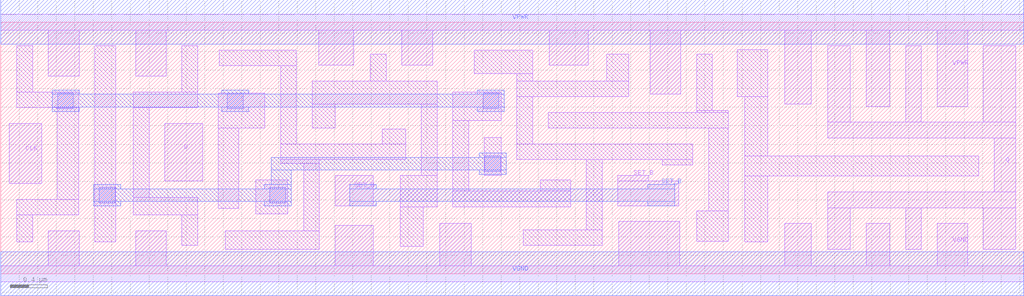
<source format=lef>
# Copyright 2020 The SkyWater PDK Authors
#
# Licensed under the Apache License, Version 2.0 (the "License");
# you may not use this file except in compliance with the License.
# You may obtain a copy of the License at
#
#     https://www.apache.org/licenses/LICENSE-2.0
#
# Unless required by applicable law or agreed to in writing, software
# distributed under the License is distributed on an "AS IS" BASIS,
# WITHOUT WARRANTIES OR CONDITIONS OF ANY KIND, either express or implied.
# See the License for the specific language governing permissions and
# limitations under the License.
#
# SPDX-License-Identifier: Apache-2.0

VERSION 5.5 ;
NAMESCASESENSITIVE ON ;
BUSBITCHARS "[]" ;
DIVIDERCHAR "/" ;
MACRO sky130_fd_sc_hd__dfstp_4
  CLASS CORE ;
  SOURCE USER ;
  ORIGIN  0.000000  0.000000 ;
  SIZE  11.04000 BY  2.720000 ;
  SYMMETRY X Y R90 ;
  SITE unithd ;
  PIN D
    ANTENNAGATEAREA  0.222000 ;
    DIRECTION INPUT ;
    USE SIGNAL ;
    PORT
      LAYER li1 ;
        RECT 1.770000 1.005000 2.180000 1.625000 ;
    END
  END D
  PIN Q
    ANTENNADIFFAREA  1.320000 ;
    DIRECTION OUTPUT ;
    USE SIGNAL ;
    PORT
      LAYER li1 ;
        RECT  8.925000 0.265000  9.170000 0.715000 ;
        RECT  8.925000 0.715000 10.955000 0.885000 ;
        RECT  8.925000 1.470000 10.955000 1.640000 ;
        RECT  8.925000 1.640000  9.170000 2.465000 ;
        RECT  9.765000 0.265000  9.935000 0.715000 ;
        RECT  9.765000 1.640000  9.935000 2.465000 ;
        RECT 10.605000 0.265000 10.955000 0.715000 ;
        RECT 10.605000 1.640000 10.955000 2.465000 ;
        RECT 10.725000 0.885000 10.955000 1.470000 ;
    END
  END Q
  PIN SET_B
    ANTENNAGATEAREA  0.252000 ;
    DIRECTION INPUT ;
    USE SIGNAL ;
    PORT
      LAYER li1 ;
        RECT 3.610000 0.735000 4.020000 1.065000 ;
    END
    PORT
      LAYER li1 ;
        RECT 6.660000 0.735000 7.320000 1.005000 ;
        RECT 6.660000 1.005000 6.990000 1.065000 ;
    END
    PORT
      LAYER met1 ;
        RECT 3.765000 0.735000 4.055000 0.780000 ;
        RECT 3.765000 0.780000 7.275000 0.920000 ;
        RECT 3.765000 0.920000 4.055000 0.965000 ;
        RECT 6.985000 0.735000 7.275000 0.780000 ;
        RECT 6.985000 0.920000 7.275000 0.965000 ;
    END
  END SET_B
  PIN CLK
    ANTENNAGATEAREA  0.159000 ;
    DIRECTION INPUT ;
    USE CLOCK ;
    PORT
      LAYER li1 ;
        RECT 0.090000 0.975000 0.440000 1.625000 ;
    END
  END CLK
  PIN VGND
    DIRECTION INOUT ;
    SHAPE ABUTMENT ;
    USE GROUND ;
    PORT
      LAYER li1 ;
        RECT  0.000000 -0.085000 11.040000 0.085000 ;
        RECT  0.515000  0.085000  0.845000 0.465000 ;
        RECT  1.455000  0.085000  1.785000 0.465000 ;
        RECT  3.610000  0.085000  4.020000 0.525000 ;
        RECT  4.740000  0.085000  5.080000 0.545000 ;
        RECT  6.670000  0.085000  7.330000 0.565000 ;
        RECT  8.460000  0.085000  8.745000 0.545000 ;
        RECT  9.340000  0.085000  9.595000 0.545000 ;
        RECT 10.105000  0.085000 10.435000 0.545000 ;
    END
    PORT
      LAYER met1 ;
        RECT 0.000000 -0.240000 11.040000 0.240000 ;
    END
  END VGND
  PIN VNB
    DIRECTION INOUT ;
    USE GROUND ;
    PORT
    END
  END VNB
  PIN VPB
    DIRECTION INOUT ;
    USE POWER ;
    PORT
    END
  END VPB
  PIN VPWR
    DIRECTION INOUT ;
    SHAPE ABUTMENT ;
    USE POWER ;
    PORT
      LAYER li1 ;
        RECT  0.000000 2.635000 11.040000 2.805000 ;
        RECT  0.515000 2.135000  0.845000 2.635000 ;
        RECT  1.455000 2.135000  1.785000 2.635000 ;
        RECT  3.430000 2.255000  3.810000 2.635000 ;
        RECT  4.330000 2.255000  4.660000 2.635000 ;
        RECT  5.920000 2.255000  6.340000 2.635000 ;
        RECT  7.010000 1.945000  7.340000 2.635000 ;
        RECT  8.460000 1.835000  8.745000 2.635000 ;
        RECT  9.340000 1.810000  9.595000 2.635000 ;
        RECT 10.105000 1.810000 10.435000 2.635000 ;
    END
    PORT
      LAYER met1 ;
        RECT 0.000000 2.480000 11.040000 2.960000 ;
    END
  END VPWR
  OBS
    LAYER li1 ;
      RECT 0.175000 0.345000  0.345000 0.635000 ;
      RECT 0.175000 0.635000  0.840000 0.805000 ;
      RECT 0.175000 1.795000  0.840000 1.965000 ;
      RECT 0.175000 1.965000  0.345000 2.465000 ;
      RECT 0.610000 0.805000  0.840000 1.795000 ;
      RECT 1.015000 0.345000  1.240000 2.465000 ;
      RECT 1.430000 0.635000  2.125000 0.825000 ;
      RECT 1.430000 0.825000  1.600000 1.795000 ;
      RECT 1.430000 1.795000  2.125000 1.965000 ;
      RECT 1.955000 0.305000  2.125000 0.635000 ;
      RECT 1.955000 1.965000  2.125000 2.465000 ;
      RECT 2.350000 0.705000  2.570000 1.575000 ;
      RECT 2.350000 1.575000  2.850000 1.955000 ;
      RECT 2.360000 2.250000  3.190000 2.420000 ;
      RECT 2.425000 0.265000  3.440000 0.465000 ;
      RECT 2.750000 0.645000  3.100000 1.015000 ;
      RECT 3.020000 1.195000  3.440000 1.235000 ;
      RECT 3.020000 1.235000  4.370000 1.405000 ;
      RECT 3.020000 1.405000  3.190000 2.250000 ;
      RECT 3.270000 0.465000  3.440000 1.195000 ;
      RECT 3.360000 1.575000  3.610000 1.835000 ;
      RECT 3.360000 1.835000  4.710000 2.085000 ;
      RECT 3.990000 2.085000  4.160000 2.375000 ;
      RECT 4.120000 1.405000  4.370000 1.565000 ;
      RECT 4.310000 0.295000  4.560000 0.725000 ;
      RECT 4.310000 0.725000  4.710000 1.065000 ;
      RECT 4.540000 1.065000  4.710000 1.835000 ;
      RECT 4.880000 0.725000  6.150000 0.895000 ;
      RECT 4.880000 0.895000  5.050000 1.655000 ;
      RECT 4.880000 1.655000  5.400000 1.965000 ;
      RECT 5.110000 2.165000  5.740000 2.415000 ;
      RECT 5.220000 1.065000  5.400000 1.475000 ;
      RECT 5.570000 1.235000  7.470000 1.405000 ;
      RECT 5.570000 1.405000  5.740000 1.915000 ;
      RECT 5.570000 1.915000  6.780000 2.085000 ;
      RECT 5.570000 2.085000  5.740000 2.165000 ;
      RECT 5.640000 0.305000  6.490000 0.475000 ;
      RECT 5.820000 0.895000  6.150000 1.015000 ;
      RECT 5.910000 1.575000  7.850000 1.745000 ;
      RECT 6.320000 0.475000  6.490000 1.235000 ;
      RECT 6.540000 2.085000  6.780000 2.375000 ;
      RECT 7.140000 1.175000  7.470000 1.235000 ;
      RECT 7.510000 0.350000  7.850000 0.680000 ;
      RECT 7.510000 1.745000  7.850000 1.765000 ;
      RECT 7.510000 1.765000  7.680000 2.375000 ;
      RECT 7.640000 0.680000  7.850000 1.575000 ;
      RECT 7.950000 1.915000  8.280000 2.425000 ;
      RECT 8.030000 0.345000  8.280000 1.055000 ;
      RECT 8.030000 1.055000 10.555000 1.275000 ;
      RECT 8.030000 1.275000  8.280000 1.915000 ;
    LAYER mcon ;
      RECT 0.615000 1.785000 0.785000 1.955000 ;
      RECT 1.065000 0.765000 1.235000 0.935000 ;
      RECT 2.445000 1.785000 2.615000 1.955000 ;
      RECT 2.905000 0.765000 3.075000 0.935000 ;
      RECT 5.205000 1.785000 5.375000 1.955000 ;
      RECT 5.225000 1.105000 5.395000 1.275000 ;
    LAYER met1 ;
      RECT 0.555000 1.755000 0.845000 1.800000 ;
      RECT 0.555000 1.800000 5.435000 1.940000 ;
      RECT 0.555000 1.940000 0.845000 1.985000 ;
      RECT 1.005000 0.735000 1.295000 0.780000 ;
      RECT 1.005000 0.780000 3.135000 0.920000 ;
      RECT 1.005000 0.920000 1.295000 0.965000 ;
      RECT 2.385000 1.755000 2.675000 1.800000 ;
      RECT 2.385000 1.940000 2.675000 1.985000 ;
      RECT 2.845000 0.735000 3.135000 0.780000 ;
      RECT 2.845000 0.920000 3.135000 0.965000 ;
      RECT 2.920000 0.965000 3.135000 1.120000 ;
      RECT 2.920000 1.120000 5.455000 1.260000 ;
      RECT 5.145000 1.755000 5.435000 1.800000 ;
      RECT 5.145000 1.940000 5.435000 1.985000 ;
      RECT 5.165000 1.075000 5.455000 1.120000 ;
      RECT 5.165000 1.260000 5.455000 1.305000 ;
  END
END sky130_fd_sc_hd__dfstp_4
END LIBRARY

</source>
